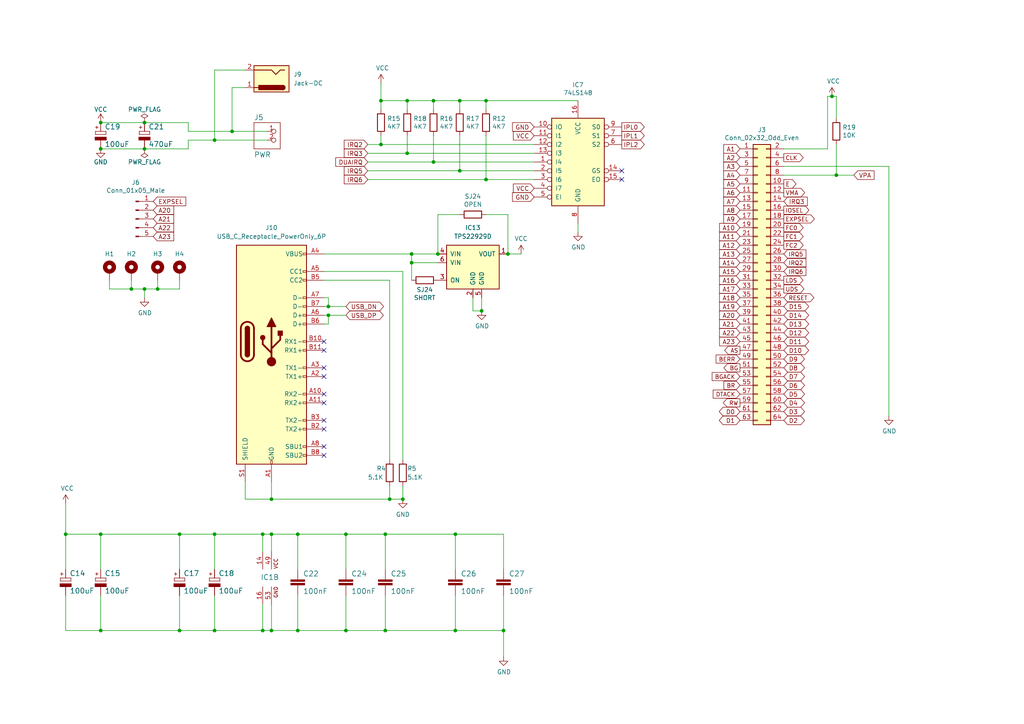
<source format=kicad_sch>
(kicad_sch (version 20230121) (generator eeschema)
  (paper "A4")
  (title_block (title "ROSCO_M68K GENERAL PURPOSE MC68010 COMPUTER") (date "2024-04-03") (rev "2.2") (company "The Really Old-School Company Limited") (comment 1 "OSHWA UK000006 (https://certification.oshwa.org/uk000006.html)") (comment 2 "See https://github.com/roscopeco/rosco_m68k/blob/master/LICENCE.hardware.txt") (comment 3 "Open Source Hardware licenced under CERN Open Hardware Licence") (comment 4 "Copyright 2019-2024 Ross Bamford and Contributors"))
  (lib_symbols
    (symbol "74xx:74LS148" (pin_names (offset 1.016))
      (property "Reference" "U" (at -7.62 13.97 0))
      (property "Value" "74LS148" (at -7.62 -13.97 0))
      (symbol "74LS148_1_0"
        (pin input inverted (at -12.7 0 0) (length 5.08) (name "I4") (number "1"))
        (pin input inverted (at -12.7 10.16 0) (length 5.08) (name "IO") (number "10"))
        (pin input inverted (at -12.7 7.62 0) (length 5.08) (name "I1") (number "11"))
        (pin input inverted (at -12.7 5.08 0) (length 5.08) (name "I2") (number "12"))
        (pin input inverted (at -12.7 2.54 0) (length 5.08) (name "I3") (number "13"))
        (pin output inverted (at 12.7 -2.54 180) (length 5.08) (name "GS") (number "14"))
        (pin output inverted (at 12.7 -5.08 180) (length 5.08) (name "EO") (number "15"))
        (pin power_in line (at 0 17.78 270) (length 5.08) (name "VCC") (number "16"))
        (pin input inverted (at -12.7 -2.54 0) (length 5.08) (name "I5") (number "2"))
        (pin input inverted (at -12.7 -5.08 0) (length 5.08) (name "I6") (number "3"))
        (pin input inverted (at -12.7 -7.62 0) (length 5.08) (name "I7") (number "4"))
        (pin input inverted (at -12.7 -10.16 0) (length 5.08) (name "EI") (number "5"))
        (pin output inverted (at 12.7 5.08 180) (length 5.08) (name "S2") (number "6"))
        (pin output inverted (at 12.7 7.62 180) (length 5.08) (name "S1") (number "7"))
        (pin power_in line (at 0 -17.78 90) (length 5.08) (name "GND") (number "8"))
        (pin output inverted (at 12.7 10.16 180) (length 5.08) (name "S0") (number "9"))
      )
    )
    (symbol "Connector:Conn_01x05_Pin" (pin_names (offset 1.016) hide)
      (property "Reference" "J" (at 0 7.62 0))
      (property "Value" "Conn_01x05_Pin" (at 0 -7.62 0))
      (symbol "Conn_01x05_Pin_1_1"
        (pin passive line (at 5.08 5.08 180) (length 3.81) (name "Pin_1") (number "1"))
        (pin passive line (at 5.08 2.54 180) (length 3.81) (name "Pin_2") (number "2"))
        (pin passive line (at 5.08 0 180) (length 3.81) (name "Pin_3") (number "3"))
        (pin passive line (at 5.08 -2.54 180) (length 3.81) (name "Pin_4") (number "4"))
        (pin passive line (at 5.08 -5.08 180) (length 3.81) (name "Pin_5") (number "5"))
      )
    )
    (symbol "Connector:Jack-DC" (pin_names (offset 1.016))
      (property "Reference" "J" (at 0 5.334 0))
      (property "Value" "Jack-DC" (at 0 -5.08 0))
      (symbol "Jack-DC_1_1"
        (pin passive line (at 7.62 2.54 180) (length 2.54) (name "~") (number "1"))
        (pin passive line (at 7.62 -2.54 180) (length 2.54) (name "~") (number "2"))
      )
    )
    (symbol "Connector:USB_C_Receptacle" (pin_names (offset 1.016))
      (property "Reference" "J" (at -10.16 29.21 0))
      (property "Value" "USB_C_Receptacle" (at 10.16 29.21 0))
      (symbol "USB_C_Receptacle_1_1"
        (pin passive line (at 0 -40.64 90) (length 5.08) (name "GND") (number "A1"))
        (pin bidirectional line (at 15.24 -15.24 180) (length 5.08) (name "RX2-") (number "A10"))
        (pin bidirectional line (at 15.24 -17.78 180) (length 5.08) (name "RX2+") (number "A11"))
        (pin passive line (at 0 -40.64 90) (length 5.08) hide (name "GND") (number "A12"))
        (pin bidirectional line (at 15.24 -10.16 180) (length 5.08) (name "TX1+") (number "A2"))
        (pin bidirectional line (at 15.24 -7.62 180) (length 5.08) (name "TX1-") (number "A3"))
        (pin passive line (at 15.24 25.4 180) (length 5.08) (name "VBUS") (number "A4"))
        (pin bidirectional line (at 15.24 20.32 180) (length 5.08) (name "CC1") (number "A5"))
        (pin bidirectional line (at 15.24 7.62 180) (length 5.08) (name "D+") (number "A6"))
        (pin bidirectional line (at 15.24 12.7 180) (length 5.08) (name "D-") (number "A7"))
        (pin bidirectional line (at 15.24 -30.48 180) (length 5.08) (name "SBU1") (number "A8"))
        (pin passive line (at 15.24 25.4 180) (length 5.08) hide (name "VBUS") (number "A9"))
        (pin passive line (at 0 -40.64 90) (length 5.08) hide (name "GND") (number "B1"))
        (pin bidirectional line (at 15.24 0 180) (length 5.08) (name "RX1-") (number "B10"))
        (pin bidirectional line (at 15.24 -2.54 180) (length 5.08) (name "RX1+") (number "B11"))
        (pin passive line (at 0 -40.64 90) (length 5.08) hide (name "GND") (number "B12"))
        (pin bidirectional line (at 15.24 -25.4 180) (length 5.08) (name "TX2+") (number "B2"))
        (pin bidirectional line (at 15.24 -22.86 180) (length 5.08) (name "TX2-") (number "B3"))
        (pin passive line (at 15.24 25.4 180) (length 5.08) hide (name "VBUS") (number "B4"))
        (pin bidirectional line (at 15.24 17.78 180) (length 5.08) (name "CC2") (number "B5"))
        (pin bidirectional line (at 15.24 5.08 180) (length 5.08) (name "D+") (number "B6"))
        (pin bidirectional line (at 15.24 10.16 180) (length 5.08) (name "D-") (number "B7"))
        (pin bidirectional line (at 15.24 -33.02 180) (length 5.08) (name "SBU2") (number "B8"))
        (pin passive line (at 15.24 25.4 180) (length 5.08) hide (name "VBUS") (number "B9"))
        (pin passive line (at -7.62 -40.64 90) (length 5.08) (name "SHIELD") (number "S1"))
      )
    )
    (symbol "Connector_Generic:Conn_02x32_Odd_Even" (pin_names (offset 1.016) hide)
      (property "Reference" "J" (at 1.27 40.64 0))
      (property "Value" "Conn_02x32_Odd_Even" (at 1.27 -43.18 0))
      (symbol "Conn_02x32_Odd_Even_1_1"
        (pin passive line (at -5.08 38.1 0) (length 3.81) (name "Pin_1") (number "1"))
        (pin passive line (at 7.62 27.94 180) (length 3.81) (name "Pin_10") (number "10"))
        (pin passive line (at -5.08 25.4 0) (length 3.81) (name "Pin_11") (number "11"))
        (pin passive line (at 7.62 25.4 180) (length 3.81) (name "Pin_12") (number "12"))
        (pin passive line (at -5.08 22.86 0) (length 3.81) (name "Pin_13") (number "13"))
        (pin passive line (at 7.62 22.86 180) (length 3.81) (name "Pin_14") (number "14"))
        (pin passive line (at -5.08 20.32 0) (length 3.81) (name "Pin_15") (number "15"))
        (pin passive line (at 7.62 20.32 180) (length 3.81) (name "Pin_16") (number "16"))
        (pin passive line (at -5.08 17.78 0) (length 3.81) (name "Pin_17") (number "17"))
        (pin passive line (at 7.62 17.78 180) (length 3.81) (name "Pin_18") (number "18"))
        (pin passive line (at -5.08 15.24 0) (length 3.81) (name "Pin_19") (number "19"))
        (pin passive line (at 7.62 38.1 180) (length 3.81) (name "Pin_2") (number "2"))
        (pin passive line (at 7.62 15.24 180) (length 3.81) (name "Pin_20") (number "20"))
        (pin passive line (at -5.08 12.7 0) (length 3.81) (name "Pin_21") (number "21"))
        (pin passive line (at 7.62 12.7 180) (length 3.81) (name "Pin_22") (number "22"))
        (pin passive line (at -5.08 10.16 0) (length 3.81) (name "Pin_23") (number "23"))
        (pin passive line (at 7.62 10.16 180) (length 3.81) (name "Pin_24") (number "24"))
        (pin passive line (at -5.08 7.62 0) (length 3.81) (name "Pin_25") (number "25"))
        (pin passive line (at 7.62 7.62 180) (length 3.81) (name "Pin_26") (number "26"))
        (pin passive line (at -5.08 5.08 0) (length 3.81) (name "Pin_27") (number "27"))
        (pin passive line (at 7.62 5.08 180) (length 3.81) (name "Pin_28") (number "28"))
        (pin passive line (at -5.08 2.54 0) (length 3.81) (name "Pin_29") (number "29"))
        (pin passive line (at -5.08 35.56 0) (length 3.81) (name "Pin_3") (number "3"))
        (pin passive line (at 7.62 2.54 180) (length 3.81) (name "Pin_30") (number "30"))
        (pin passive line (at -5.08 0 0) (length 3.81) (name "Pin_31") (number "31"))
        (pin passive line (at 7.62 0 180) (length 3.81) (name "Pin_32") (number "32"))
        (pin passive line (at -5.08 -2.54 0) (length 3.81) (name "Pin_33") (number "33"))
        (pin passive line (at 7.62 -2.54 180) (length 3.81) (name "Pin_34") (number "34"))
        (pin passive line (at -5.08 -5.08 0) (length 3.81) (name "Pin_35") (number "35"))
        (pin passive line (at 7.62 -5.08 180) (length 3.81) (name "Pin_36") (number "36"))
        (pin passive line (at -5.08 -7.62 0) (length 3.81) (name "Pin_37") (number "37"))
        (pin passive line (at 7.62 -7.62 180) (length 3.81) (name "Pin_38") (number "38"))
        (pin passive line (at -5.08 -10.16 0) (length 3.81) (name "Pin_39") (number "39"))
        (pin passive line (at 7.62 35.56 180) (length 3.81) (name "Pin_4") (number "4"))
        (pin passive line (at 7.62 -10.16 180) (length 3.81) (name "Pin_40") (number "40"))
        (pin passive line (at -5.08 -12.7 0) (length 3.81) (name "Pin_41") (number "41"))
        (pin passive line (at 7.62 -12.7 180) (length 3.81) (name "Pin_42") (number "42"))
        (pin passive line (at -5.08 -15.24 0) (length 3.81) (name "Pin_43") (number "43"))
        (pin passive line (at 7.62 -15.24 180) (length 3.81) (name "Pin_44") (number "44"))
        (pin passive line (at -5.08 -17.78 0) (length 3.81) (name "Pin_45") (number "45"))
        (pin passive line (at 7.62 -17.78 180) (length 3.81) (name "Pin_46") (number "46"))
        (pin passive line (at -5.08 -20.32 0) (length 3.81) (name "Pin_47") (number "47"))
        (pin passive line (at 7.62 -20.32 180) (length 3.81) (name "Pin_48") (number "48"))
        (pin passive line (at -5.08 -22.86 0) (length 3.81) (name "Pin_49") (number "49"))
        (pin passive line (at -5.08 33.02 0) (length 3.81) (name "Pin_5") (number "5"))
        (pin passive line (at 7.62 -22.86 180) (length 3.81) (name "Pin_50") (number "50"))
        (pin passive line (at -5.08 -25.4 0) (length 3.81) (name "Pin_51") (number "51"))
        (pin passive line (at 7.62 -25.4 180) (length 3.81) (name "Pin_52") (number "52"))
        (pin passive line (at -5.08 -27.94 0) (length 3.81) (name "Pin_53") (number "53"))
        (pin passive line (at 7.62 -27.94 180) (length 3.81) (name "Pin_54") (number "54"))
        (pin passive line (at -5.08 -30.48 0) (length 3.81) (name "Pin_55") (number "55"))
        (pin passive line (at 7.62 -30.48 180) (length 3.81) (name "Pin_56") (number "56"))
        (pin passive line (at -5.08 -33.02 0) (length 3.81) (name "Pin_57") (number "57"))
        (pin passive line (at 7.62 -33.02 180) (length 3.81) (name "Pin_58") (number "58"))
        (pin passive line (at -5.08 -35.56 0) (length 3.81) (name "Pin_59") (number "59"))
        (pin passive line (at 7.62 33.02 180) (length 3.81) (name "Pin_6") (number "6"))
        (pin passive line (at 7.62 -35.56 180) (length 3.81) (name "Pin_60") (number "60"))
        (pin passive line (at -5.08 -38.1 0) (length 3.81) (name "Pin_61") (number "61"))
        (pin passive line (at 7.62 -38.1 180) (length 3.81) (name "Pin_62") (number "62"))
        (pin passive line (at -5.08 -40.64 0) (length 3.81) (name "Pin_63") (number "63"))
        (pin passive line (at 7.62 -40.64 180) (length 3.81) (name "Pin_64") (number "64"))
        (pin passive line (at -5.08 30.48 0) (length 3.81) (name "Pin_7") (number "7"))
        (pin passive line (at 7.62 30.48 180) (length 3.81) (name "Pin_8") (number "8"))
        (pin passive line (at -5.08 27.94 0) (length 3.81) (name "Pin_9") (number "9"))
      )
    )
    (symbol "Device:R" (pin_numbers hide) (pin_names (offset 0))
      (property "Reference" "R" (at 2.032 0 90))
      (property "Value" "R" (at 0 0 90))
      (symbol "R_1_1"
        (pin passive line (at 0 3.81 270) (length 1.27) (name "~") (number "1"))
        (pin passive line (at 0 -3.81 90) (length 1.27) (name "~") (number "2"))
      )
    )
    (symbol "Mechanical:MountingHole_Pad" (pin_numbers hide) (pin_names (offset 1.016) hide)
      (property "Reference" "H" (at 0 6.35 0))
      (property "Value" "MountingHole_Pad" (at 0 4.445 0))
      (symbol "MountingHole_Pad_1_1"
        (pin input line (at 0 -2.54 90) (length 2.54) (name "1") (number "1"))
      )
    )
    (symbol "Power_Management:TPS22929D" (pin_names (offset 1.016))
      (property "Reference" "U" (at -7.62 8.89 0))
      (property "Value" "TPS22929D" (at 7.62 8.89 0))
      (symbol "TPS22929D_1_1"
        (pin power_out line (at 10.16 5.08 180) (length 2.54) (name "VOUT") (number "1"))
        (pin power_in line (at 0 -7.62 90) (length 2.54) (name "GND") (number "2"))
        (pin input line (at -10.16 -2.54 0) (length 2.54) (name "ON") (number "3"))
        (pin power_in line (at -10.16 5.08 0) (length 2.54) (name "VIN") (number "4"))
        (pin power_in line (at 2.54 -7.62 90) (length 2.54) (name "GND") (number "5"))
        (pin power_in line (at -10.16 2.54 0) (length 2.54) (name "VIN") (number "6"))
      )
    )
    (symbol "power:GND" (power) (pin_names (offset 0))
      (property "Value" "GND" (at 0 -3.81 0))
      (symbol "GND_1_1"
        (pin power_in line (at 0 0 270) (length 0) hide (name "GND") (number "1"))
      )
    )
    (symbol "power:PWR_FLAG" (power) (pin_numbers hide) (pin_names (offset 0) hide)
      (property "Value" "PWR_FLAG" (at 0 3.81 0))
      (symbol "PWR_FLAG_0_0"
        (pin power_out line (at 0 0 90) (length 0) (name "pwr") (number "1"))
      )
    )
    (symbol "power:VCC" (power) (pin_names (offset 0))
      (property "Value" "VCC" (at 0 3.81 0))
      (symbol "VCC_1_1"
        (pin power_in line (at 0 0 90) (length 0) hide (name "VCC") (number "1"))
      )
    )
    (symbol "rosco_m68k-eagle-import:C2,5-3" (pin_names (offset 1.016))
      (property "Reference" "C" (at 1.524 0.381 0))
      (property "Value" "C2,5-3" (at 1.524 -4.699 0))
      (symbol "C2,5-3_1_0"
        (pin passive line (at 0 2.54 270) (length 2.54) (name "1") (number "1"))
        (pin passive line (at 0 -5.08 90) (length 2.54) (name "2") (number "2"))
      )
    )
    (symbol "rosco_m68k-eagle-import:CPOL-EUE2.5-5" (pin_names (offset 1.016))
      (property "Reference" "C" (at 1.143 0.4826 0))
      (property "Value" "CPOL-EUE2.5-5" (at 1.143 -4.5974 0))
      (symbol "CPOL-EUE2.5-5_1_0"
        (text "+" (at -0.5842 0.4064 900) (effects (font (size 1.0668 1.0668)) (justify left bottom)))
        (pin passive line (at 0 2.54 270) (length 2.54) (name "+") (number "+"))
        (pin passive line (at 0 -5.08 90) (length 2.54) (name "-") (number "-"))
      )
    )
    (symbol "rosco_m68k-eagle-import:CPOL-EUE3.5-10" (pin_names (offset 1.016))
      (property "Reference" "C" (at 1.143 0.4826 0))
      (property "Value" "CPOL-EUE3.5-10" (at 1.143 -4.5974 0))
      (symbol "CPOL-EUE3.5-10_1_0"
        (text "+" (at -0.5842 0.4064 900) (effects (font (size 1.0668 1.0668)) (justify left bottom)))
        (pin passive line (at 0 2.54 270) (length 2.54) (name "+") (number "+"))
        (pin passive line (at 0 -5.08 90) (length 2.54) (name "-") (number "-"))
      )
    )
    (symbol "rosco_m68k-eagle-import:MC68000P" (pin_names (offset 1.016))
      (property "Reference" "IC" (at -0.635 -0.635 0))
      (symbol "MC68000P_1_0"
        (pin bidirectional line (at -17.78 -20.32 0) (length 5.08) (name "D4") (number "1"))
        (pin input inverted (at -17.78 17.78 0) (length 5.08) (name "DTACK") (number "10"))
        (pin output inverted (at 15.24 25.4 180) (length 5.08) (name "BG") (number "11"))
        (pin input inverted (at -17.78 22.86 0) (length 5.08) (name "BGACK") (number "12"))
        (pin input inverted (at -17.78 25.4 0) (length 5.08) (name "BR") (number "13"))
        (pin input clock (at -17.78 45.72 0) (length 5.08) (name "CLK") (number "15"))
        (pin bidirectional inverted (at -17.78 35.56 0) (length 5.08) (name "HALT") (number "17"))
        (pin bidirectional inverted (at -17.78 38.1 0) (length 5.08) (name "RESET") (number "18"))
        (pin output inverted (at 15.24 30.48 180) (length 5.08) (name "VMA") (number "19"))
        (pin bidirectional line (at -17.78 -17.78 0) (length 5.08) (name "D3") (number "2"))
        (pin output line (at 15.24 33.02 180) (length 5.08) (name "E") (number "20"))
        (pin input inverted (at -17.78 30.48 0) (length 5.08) (name "VPA") (number "21"))
        (pin input inverted (at -17.78 40.64 0) (length 5.08) (name "BERR") (number "22"))
        (pin input inverted (at -17.78 7.62 0) (length 5.08) (name "IPL2") (number "23"))
        (pin input inverted (at -17.78 10.16 0) (length 5.08) (name "IPL1") (number "24"))
        (pin input inverted (at -17.78 12.7 0) (length 5.08) (name "IPL0") (number "25"))
        (pin output line (at 15.24 40.64 180) (length 5.08) (name "FC2") (number "26"))
        (pin output line (at 15.24 43.18 180) (length 5.08) (name "FC1") (number "27"))
        (pin output line (at 15.24 45.72 180) (length 5.08) (name "FC0") (number "28"))
        (pin output line (at 15.24 7.62 180) (length 5.08) (name "A1") (number "29"))
        (pin bidirectional line (at -17.78 -15.24 0) (length 5.08) (name "D2") (number "3"))
        (pin output line (at 15.24 5.08 180) (length 5.08) (name "A2") (number "30"))
        (pin output line (at 15.24 2.54 180) (length 5.08) (name "A3") (number "31"))
        (pin output line (at 15.24 0 180) (length 5.08) (name "A4") (number "32"))
        (pin output line (at 15.24 -2.54 180) (length 5.08) (name "A5") (number "33"))
        (pin output line (at 15.24 -5.08 180) (length 5.08) (name "A6") (number "34"))
        (pin output line (at 15.24 -7.62 180) (length 5.08) (name "A7") (number "35"))
        (pin output line (at 15.24 -10.16 180) (length 5.08) (name "A8") (number "36"))
        (pin output line (at 15.24 -12.7 180) (length 5.08) (name "A9") (number "37"))
        (pin output line (at 15.24 -15.24 180) (length 5.08) (name "A10") (number "38"))
        (pin output line (at 15.24 -17.78 180) (length 5.08) (name "A11") (number "39"))
        (pin bidirectional line (at -17.78 -12.7 0) (length 5.08) (name "D1") (number "4"))
        (pin output line (at 15.24 -20.32 180) (length 5.08) (name "A12") (number "40"))
        (pin output line (at 15.24 -22.86 180) (length 5.08) (name "A13") (number "41"))
        (pin output line (at 15.24 -25.4 180) (length 5.08) (name "A14") (number "42"))
        (pin output line (at 15.24 -27.94 180) (length 5.08) (name "A15") (number "43"))
        (pin output line (at 15.24 -30.48 180) (length 5.08) (name "A16") (number "44"))
        (pin output line (at 15.24 -33.02 180) (length 5.08) (name "A17") (number "45"))
        (pin output line (at 15.24 -35.56 180) (length 5.08) (name "A18") (number "46"))
        (pin output line (at 15.24 -38.1 180) (length 5.08) (name "A19") (number "47"))
        (pin output line (at 15.24 -40.64 180) (length 5.08) (name "A20") (number "48"))
        (pin bidirectional line (at -17.78 -10.16 0) (length 5.08) (name "D0") (number "5"))
        (pin output line (at 15.24 -43.18 180) (length 5.08) (name "A21") (number "50"))
        (pin output line (at 15.24 -45.72 180) (length 5.08) (name "A22") (number "51"))
        (pin output line (at 15.24 -48.26 180) (length 5.08) (name "A23") (number "52"))
        (pin bidirectional line (at -17.78 -48.26 0) (length 5.08) (name "D15") (number "54"))
        (pin bidirectional line (at -17.78 -45.72 0) (length 5.08) (name "D14") (number "55"))
        (pin bidirectional line (at -17.78 -43.18 0) (length 5.08) (name "D13") (number "56"))
        (pin bidirectional line (at -17.78 -40.64 0) (length 5.08) (name "D12") (number "57"))
        (pin bidirectional line (at -17.78 -38.1 0) (length 5.08) (name "D11") (number "58"))
        (pin bidirectional line (at -17.78 -35.56 0) (length 5.08) (name "D10") (number "59"))
        (pin output inverted (at 15.24 20.32 180) (length 5.08) (name "AS") (number "6"))
        (pin bidirectional line (at -17.78 -33.02 0) (length 5.08) (name "D9") (number "60"))
        (pin bidirectional line (at -17.78 -30.48 0) (length 5.08) (name "D8") (number "61"))
        (pin bidirectional line (at -17.78 -27.94 0) (length 5.08) (name "D7") (number "62"))
        (pin bidirectional line (at -17.78 -25.4 0) (length 5.08) (name "D6") (number "63"))
        (pin bidirectional line (at -17.78 -22.86 0) (length 5.08) (name "D5") (number "64"))
        (pin output inverted (at 15.24 15.24 180) (length 5.08) (name "UDS") (number "7"))
        (pin output inverted (at 15.24 12.7 180) (length 5.08) (name "LDS") (number "8"))
        (pin output line (at 15.24 17.78 180) (length 5.08) (name "R/W") (number "9"))
      )
      (symbol "MC68000P_2_0"
        (text "GND" (at 4.445 -5.842 900) (effects (font (size 1.0668 1.0668)) (justify left bottom)))
        (text "VCC" (at 4.445 2.54 900) (effects (font (size 1.0668 1.0668)) (justify left bottom)))
        (pin power_in line (at 0 7.62 270) (length 5.08) (name "VCC@1") (number "14"))
        (pin power_in line (at 0 -7.62 90) (length 5.08) (name "GND@1") (number "16"))
        (pin power_in line (at 2.54 7.62 270) (length 5.08) (name "VCC@2") (number "49"))
        (pin power_in line (at 2.54 -7.62 90) (length 5.08) (name "GND@2") (number "53"))
      )
    )
    (symbol "rosco_m68k-eagle-import:PINHD-1X2" (pin_names (offset 1.016))
      (property "Reference" "JP" (at -6.35 5.715 0))
      (property "Value" "PINHD-1X2" (at -6.35 -5.08 0))
      (symbol "PINHD-1X2_1_0"
        (pin passive inverted (at -2.54 2.54 0) (length 2.54) (name "1") (number "1"))
        (pin passive inverted (at -2.54 0 0) (length 2.54) (name "2") (number "2"))
      )
    )
  )
  (junction (at 86.36 182.88))
  (junction (at 100.33 182.88))
  (junction (at 38.1 83.82))
  (junction (at 78.74 182.88))
  (junction (at 52.07 182.88))
  (junction (at 110.49 41.91))
  (junction (at 132.08 182.88))
  (junction (at 76.2 182.88))
  (junction (at 62.23 154.94))
  (junction (at 139.7 90.17))
  (junction (at 140.97 29.21))
  (junction (at 125.73 46.99))
  (junction (at 41.91 43.18))
  (junction (at 111.76 154.94))
  (junction (at 133.35 29.21))
  (junction (at 119.38 73.66))
  (junction (at 241.3 27.94))
  (junction (at 118.11 29.21))
  (junction (at 62.23 40.64))
  (junction (at 146.05 182.88))
  (junction (at 95.25 91.44))
  (junction (at 242.57 50.8))
  (junction (at 52.07 154.94))
  (junction (at 19.05 154.94))
  (junction (at 132.08 154.94))
  (junction (at 29.21 182.88))
  (junction (at 127 73.66))
  (junction (at 95.25 88.9))
  (junction (at 140.97 52.07))
  (junction (at 29.21 43.18))
  (junction (at 116.84 144.78))
  (junction (at 113.03 144.78))
  (junction (at 45.72 83.82))
  (junction (at 67.31 38.1))
  (junction (at 76.2 154.94))
  (junction (at 147.32 73.66))
  (junction (at 111.76 182.88))
  (junction (at 41.91 35.56))
  (junction (at 29.21 154.94))
  (junction (at 133.35 49.53))
  (junction (at 110.49 29.21))
  (junction (at 86.36 154.94))
  (junction (at 62.23 182.88))
  (junction (at 29.21 35.56))
  (junction (at 125.73 29.21))
  (junction (at 119.38 76.2))
  (junction (at 78.74 144.78))
  (junction (at 118.11 44.45))
  (junction (at 78.74 154.94))
  (junction (at 41.91 83.82))
  (junction (at 100.33 154.94))
  (no_connect (at 93.98 129.54))
  (no_connect (at 93.98 99.06))
  (no_connect (at 93.98 124.46))
  (no_connect (at 180.34 52.07))
  (no_connect (at 93.98 116.84))
  (no_connect (at 93.98 114.3))
  (no_connect (at 93.98 109.22))
  (no_connect (at 93.98 101.6))
  (no_connect (at 93.98 121.92))
  (no_connect (at 93.98 106.68))
  (no_connect (at 93.98 132.08))
  (no_connect (at 180.34 49.53))
  (wire (pts (xy 93.98 88.9) (xy 95.25 88.9)))
  (wire (pts (xy 19.05 146.05) (xy 19.05 154.94)))
  (wire (pts (xy 110.49 29.21) (xy 118.11 29.21)))
  (wire (pts (xy 52.07 172.72) (xy 52.07 182.88)))
  (wire (pts (xy 76.2 160.02) (xy 76.2 154.94)))
  (wire (pts (xy 137.16 86.36) (xy 137.16 90.17)))
  (wire (pts (xy 93.98 93.98) (xy 95.25 93.98)))
  (wire (pts (xy 110.49 24.13) (xy 110.49 29.21)))
  (wire (pts (xy 132.08 172.72) (xy 132.08 182.88)))
  (wire (pts (xy 100.33 165.1) (xy 100.33 154.94)))
  (wire (pts (xy 41.91 83.82) (xy 41.91 86.36)))
  (wire (pts (xy 52.07 165.1) (xy 52.07 154.94)))
  (wire (pts (xy 146.05 172.72) (xy 146.05 182.88)))
  (wire (pts (xy 111.76 154.94) (xy 100.33 154.94)))
  (wire (pts (xy 132.08 165.1) (xy 132.08 154.94)))
  (wire (pts (xy 31.75 83.82) (xy 38.1 83.82)))
  (wire (pts (xy 127 62.23) (xy 127 73.66)))
  (wire (pts (xy 133.35 49.53) (xy 154.94 49.53)))
  (wire (pts (xy 242.57 50.8) (xy 247.65 50.8)))
  (wire (pts (xy 125.73 31.75) (xy 125.73 29.21)))
  (wire (pts (xy 62.23 40.64) (xy 54.61 40.64)))
  (wire (pts (xy 19.05 182.88) (xy 29.21 182.88)))
  (wire (pts (xy 76.2 175.26) (xy 76.2 182.88)))
  (wire (pts (xy 62.23 154.94) (xy 76.2 154.94)))
  (wire (pts (xy 106.68 44.45) (xy 118.11 44.45)))
  (wire (pts (xy 62.23 165.1) (xy 62.23 154.94)))
  (wire (pts (xy 71.12 20.32) (xy 62.23 20.32)))
  (wire (pts (xy 78.74 182.88) (xy 86.36 182.88)))
  (wire (pts (xy 93.98 73.66) (xy 119.38 73.66)))
  (wire (pts (xy 106.68 49.53) (xy 133.35 49.53)))
  (wire (pts (xy 227.33 43.18) (xy 240.03 43.18)))
  (wire (pts (xy 133.35 62.23) (xy 127 62.23)))
  (wire (pts (xy 111.76 172.72) (xy 111.76 182.88)))
  (wire (pts (xy 116.84 78.74) (xy 93.98 78.74)))
  (wire (pts (xy 62.23 182.88) (xy 76.2 182.88)))
  (wire (pts (xy 119.38 76.2) (xy 127 76.2)))
  (wire (pts (xy 106.68 46.99) (xy 125.73 46.99)))
  (wire (pts (xy 95.25 91.44) (xy 100.33 91.44)))
  (wire (pts (xy 125.73 39.37) (xy 125.73 46.99)))
  (wire (pts (xy 76.2 182.88) (xy 78.74 182.88)))
  (wire (pts (xy 93.98 86.36) (xy 95.25 86.36)))
  (wire (pts (xy 110.49 29.21) (xy 110.49 31.75)))
  (wire (pts (xy 71.12 144.78) (xy 78.74 144.78)))
  (wire (pts (xy 62.23 20.32) (xy 62.23 40.64)))
  (wire (pts (xy 113.03 81.28) (xy 93.98 81.28)))
  (wire (pts (xy 240.03 27.94) (xy 240.03 43.18)))
  (wire (pts (xy 29.21 182.88) (xy 52.07 182.88)))
  (wire (pts (xy 54.61 35.56) (xy 41.91 35.56)))
  (wire (pts (xy 146.05 182.88) (xy 132.08 182.88)))
  (wire (pts (xy 227.33 50.8) (xy 242.57 50.8)))
  (wire (pts (xy 19.05 172.72) (xy 19.05 182.88)))
  (wire (pts (xy 111.76 154.94) (xy 132.08 154.94)))
  (wire (pts (xy 167.64 64.77) (xy 167.64 67.31)))
  (wire (pts (xy 86.36 154.94) (xy 78.74 154.94)))
  (wire (pts (xy 52.07 182.88) (xy 62.23 182.88)))
  (wire (pts (xy 147.32 73.66) (xy 151.13 73.66)))
  (wire (pts (xy 41.91 35.56) (xy 29.21 35.56)))
  (wire (pts (xy 45.72 81.28) (xy 45.72 83.82)))
  (wire (pts (xy 71.12 25.4) (xy 67.31 25.4)))
  (wire (pts (xy 77.47 38.1) (xy 67.31 38.1)))
  (wire (pts (xy 139.7 90.17) (xy 139.7 86.36)))
  (wire (pts (xy 71.12 139.7) (xy 71.12 144.78)))
  (wire (pts (xy 78.74 139.7) (xy 78.74 144.78)))
  (wire (pts (xy 113.03 81.28) (xy 113.03 133.35)))
  (wire (pts (xy 113.03 144.78) (xy 116.84 144.78)))
  (wire (pts (xy 100.33 182.88) (xy 111.76 182.88)))
  (wire (pts (xy 38.1 83.82) (xy 41.91 83.82)))
  (wire (pts (xy 154.94 46.99) (xy 125.73 46.99)))
  (wire (pts (xy 133.35 39.37) (xy 133.35 49.53)))
  (wire (pts (xy 29.21 154.94) (xy 52.07 154.94)))
  (wire (pts (xy 29.21 154.94) (xy 19.05 154.94)))
  (wire (pts (xy 257.81 48.26) (xy 257.81 120.65)))
  (wire (pts (xy 242.57 34.29) (xy 242.57 27.94)))
  (wire (pts (xy 146.05 165.1) (xy 146.05 154.94)))
  (wire (pts (xy 140.97 29.21) (xy 133.35 29.21)))
  (wire (pts (xy 41.91 83.82) (xy 45.72 83.82)))
  (wire (pts (xy 132.08 154.94) (xy 146.05 154.94)))
  (wire (pts (xy 242.57 27.94) (xy 241.3 27.94)))
  (wire (pts (xy 67.31 25.4) (xy 67.31 38.1)))
  (wire (pts (xy 125.73 29.21) (xy 118.11 29.21)))
  (wire (pts (xy 241.3 27.94) (xy 240.03 27.94)))
  (wire (pts (xy 45.72 83.82) (xy 52.07 83.82)))
  (wire (pts (xy 19.05 154.94) (xy 19.05 165.1)))
  (wire (pts (xy 77.47 40.64) (xy 62.23 40.64)))
  (wire (pts (xy 137.16 90.17) (xy 139.7 90.17)))
  (wire (pts (xy 86.36 165.1) (xy 86.36 154.94)))
  (wire (pts (xy 118.11 29.21) (xy 118.11 31.75)))
  (wire (pts (xy 54.61 38.1) (xy 54.61 35.56)))
  (wire (pts (xy 119.38 76.2) (xy 119.38 81.28)))
  (wire (pts (xy 242.57 41.91) (xy 242.57 50.8)))
  (wire (pts (xy 119.38 76.2) (xy 119.38 73.66)))
  (wire (pts (xy 146.05 190.5) (xy 146.05 182.88)))
  (wire (pts (xy 140.97 39.37) (xy 140.97 52.07)))
  (wire (pts (xy 62.23 154.94) (xy 52.07 154.94)))
  (wire (pts (xy 78.74 175.26) (xy 78.74 182.88)))
  (wire (pts (xy 86.36 154.94) (xy 100.33 154.94)))
  (wire (pts (xy 227.33 48.26) (xy 257.81 48.26)))
  (wire (pts (xy 154.94 52.07) (xy 140.97 52.07)))
  (wire (pts (xy 140.97 62.23) (xy 147.32 62.23)))
  (wire (pts (xy 116.84 78.74) (xy 116.84 133.35)))
  (wire (pts (xy 54.61 40.64) (xy 54.61 43.18)))
  (wire (pts (xy 140.97 29.21) (xy 167.64 29.21)))
  (wire (pts (xy 78.74 160.02) (xy 78.74 154.94)))
  (wire (pts (xy 110.49 39.37) (xy 110.49 41.91)))
  (wire (pts (xy 140.97 31.75) (xy 140.97 29.21)))
  (wire (pts (xy 95.25 88.9) (xy 100.33 88.9)))
  (wire (pts (xy 67.31 38.1) (xy 54.61 38.1)))
  (wire (pts (xy 106.68 52.07) (xy 140.97 52.07)))
  (wire (pts (xy 133.35 31.75) (xy 133.35 29.21)))
  (wire (pts (xy 147.32 62.23) (xy 147.32 73.66)))
  (wire (pts (xy 119.38 73.66) (xy 127 73.66)))
  (wire (pts (xy 62.23 172.72) (xy 62.23 182.88)))
  (wire (pts (xy 95.25 86.36) (xy 95.25 88.9)))
  (wire (pts (xy 41.91 43.18) (xy 29.21 43.18)))
  (wire (pts (xy 106.68 41.91) (xy 110.49 41.91)))
  (wire (pts (xy 54.61 43.18) (xy 41.91 43.18)))
  (wire (pts (xy 116.84 144.78) (xy 116.84 140.97)))
  (wire (pts (xy 93.98 91.44) (xy 95.25 91.44)))
  (wire (pts (xy 113.03 140.97) (xy 113.03 144.78)))
  (wire (pts (xy 154.94 41.91) (xy 110.49 41.91)))
  (wire (pts (xy 118.11 39.37) (xy 118.11 44.45)))
  (wire (pts (xy 86.36 182.88) (xy 100.33 182.88)))
  (wire (pts (xy 29.21 165.1) (xy 29.21 154.94)))
  (wire (pts (xy 78.74 144.78) (xy 113.03 144.78)))
  (wire (pts (xy 133.35 29.21) (xy 125.73 29.21)))
  (wire (pts (xy 111.76 165.1) (xy 111.76 154.94)))
  (wire (pts (xy 95.25 93.98) (xy 95.25 91.44)))
  (wire (pts (xy 111.76 182.88) (xy 132.08 182.88)))
  (wire (pts (xy 38.1 81.28) (xy 38.1 83.82)))
  (wire (pts (xy 86.36 172.72) (xy 86.36 182.88)))
  (wire (pts (xy 118.11 44.45) (xy 154.94 44.45)))
  (wire (pts (xy 29.21 172.72) (xy 29.21 182.88)))
  (wire (pts (xy 52.07 81.28) (xy 52.07 83.82)))
  (wire (pts (xy 100.33 172.72) (xy 100.33 182.88)))
  (wire (pts (xy 78.74 154.94) (xy 76.2 154.94)))
  (wire (pts (xy 31.75 81.28) (xy 31.75 83.82)))
  (global_label "IPL2" (shape output) (at 180.34 41.91 0) (property "Intersheetrefs" "${INTERSHEET_REFS}" (effects hide)))
  (global_label "GND" (shape input) (at 154.94 36.83 180) (property "Intersheetrefs" "${INTERSHEET_REFS}" (effects hide)))
  (global_label "D9" (shape bidirectional) (at 227.33 104.14 0) (property "Intersheetrefs" "${INTERSHEET_REFS}" (effects hide)))
  (global_label "IPL0" (shape output) (at 180.34 36.83 0) (property "Intersheetrefs" "${INTERSHEET_REFS}" (effects hide)))
  (global_label "A5" (shape input) (at 214.63 53.34 180) (property "Intersheetrefs" "${INTERSHEET_REFS}" (effects hide)))
  (global_label "VCC" (shape input) (at 154.94 39.37 180) (property "Intersheetrefs" "${INTERSHEET_REFS}" (effects hide)))
  (global_label "IRQ3" (shape input) (at 227.33 58.42 0) (property "Intersheetrefs" "${INTERSHEET_REFS}" (effects hide)))
  (global_label "D0" (shape bidirectional) (at 214.63 119.38 180) (property "Intersheetrefs" "${INTERSHEET_REFS}" (effects hide)))
  (global_label "A11" (shape input) (at 214.63 68.58 180) (property "Intersheetrefs" "${INTERSHEET_REFS}" (effects hide)))
  (global_label "A6" (shape input) (at 214.63 55.88 180) (property "Intersheetrefs" "${INTERSHEET_REFS}" (effects hide)))
  (global_label "A19" (shape input) (at 214.63 88.9 180) (property "Intersheetrefs" "${INTERSHEET_REFS}" (effects hide)))
  (global_label "D7" (shape bidirectional) (at 227.33 109.22 0) (property "Intersheetrefs" "${INTERSHEET_REFS}" (effects hide)))
  (global_label "FC0" (shape output) (at 227.33 66.04 0) (effects (font (size 1.1938 1.1938))) (property "Intersheetrefs" "${INTERSHEET_REFS}" (effects hide)))
  (global_label "A15" (shape input) (at 214.63 78.74 180) (property "Intersheetrefs" "${INTERSHEET_REFS}" (effects hide)))
  (global_label "A18" (shape input) (at 214.63 86.36 180) (property "Intersheetrefs" "${INTERSHEET_REFS}" (effects hide)))
  (global_label "A9" (shape input) (at 214.63 63.5 180) (property "Intersheetrefs" "${INTERSHEET_REFS}" (effects hide)))
  (global_label "D4" (shape bidirectional) (at 227.33 116.84 0) (property "Intersheetrefs" "${INTERSHEET_REFS}" (effects hide)))
  (global_label "AS" (shape output) (at 214.63 101.6 180) (effects (font (size 1.1938 1.1938))) (property "Intersheetrefs" "${INTERSHEET_REFS}" (effects hide)))
  (global_label "A21" (shape input) (at 44.45 63.5 0) (property "Intersheetrefs" "${INTERSHEET_REFS}" (effects hide)))
  (global_label "EXPSEL" (shape input) (at 44.45 58.42 0) (property "Intersheetrefs" "${INTERSHEET_REFS}" (effects hide)))
  (global_label "BR" (shape input) (at 214.63 111.76 180) (effects (font (size 1.1938 1.1938))) (property "Intersheetrefs" "${INTERSHEET_REFS}" (effects hide)))
  (global_label "A21" (shape input) (at 214.63 93.98 180) (property "Intersheetrefs" "${INTERSHEET_REFS}" (effects hide)))
  (global_label "IOSEL" (shape output) (at 227.33 60.96 0) (effects (font (size 1.1938 1.1938))) (property "Intersheetrefs" "${INTERSHEET_REFS}" (effects hide)))
  (global_label "A8" (shape input) (at 214.63 60.96 180) (property "Intersheetrefs" "${INTERSHEET_REFS}" (effects hide)))
  (global_label "E" (shape output) (at 227.33 53.34 0) (property "Intersheetrefs" "${INTERSHEET_REFS}" (effects hide)))
  (global_label "A2" (shape input) (at 214.63 45.72 180) (property "Intersheetrefs" "${INTERSHEET_REFS}" (effects hide)))
  (global_label "D2" (shape bidirectional) (at 227.33 121.92 0) (property "Intersheetrefs" "${INTERSHEET_REFS}" (effects hide)))
  (global_label "A14" (shape input) (at 214.63 76.2 180) (property "Intersheetrefs" "${INTERSHEET_REFS}" (effects hide)))
  (global_label "USB_DP" (shape bidirectional) (at 100.33 91.44 0) (property "Intersheetrefs" "${INTERSHEET_REFS}" (effects hide)))
  (global_label "IRQ5" (shape input) (at 106.68 49.53 180) (property "Intersheetrefs" "${INTERSHEET_REFS}" (effects hide)))
  (global_label "IRQ5" (shape input) (at 227.33 73.66 0) (effects (font (size 1.1938 1.1938))) (property "Intersheetrefs" "${INTERSHEET_REFS}" (effects hide)))
  (global_label "IPL1" (shape output) (at 180.34 39.37 0) (property "Intersheetrefs" "${INTERSHEET_REFS}" (effects hide)))
  (global_label "BGACK" (shape input) (at 214.63 109.22 180) (effects (font (size 1.1938 1.1938))) (property "Intersheetrefs" "${INTERSHEET_REFS}" (effects hide)))
  (global_label "IRQ2" (shape input) (at 106.68 41.91 180) (property "Intersheetrefs" "${INTERSHEET_REFS}" (effects hide)))
  (global_label "FC1" (shape output) (at 227.33 68.58 0) (effects (font (size 1.1938 1.1938))) (property "Intersheetrefs" "${INTERSHEET_REFS}" (effects hide)))
  (global_label "D12" (shape bidirectional) (at 227.33 96.52 0) (property "Intersheetrefs" "${INTERSHEET_REFS}" (effects hide)))
  (global_label "VCC" (shape input) (at 154.94 54.61 180) (property "Intersheetrefs" "${INTERSHEET_REFS}" (effects hide)))
  (global_label "IRQ6" (shape input) (at 106.68 52.07 180) (property "Intersheetrefs" "${INTERSHEET_REFS}" (effects hide)))
  (global_label "RW" (shape output) (at 214.63 116.84 180) (effects (font (size 1.1938 1.1938))) (property "Intersheetrefs" "${INTERSHEET_REFS}" (effects hide)))
  (global_label "A17" (shape input) (at 214.63 83.82 180) (property "Intersheetrefs" "${INTERSHEET_REFS}" (effects hide)))
  (global_label "A20" (shape input) (at 214.63 91.44 180) (property "Intersheetrefs" "${INTERSHEET_REFS}" (effects hide)))
  (global_label "A20" (shape input) (at 44.45 60.96 0) (property "Intersheetrefs" "${INTERSHEET_REFS}" (effects hide)))
  (global_label "EXPSEL" (shape output) (at 227.33 63.5 0) (effects (font (size 1.1938 1.1938))) (property "Intersheetrefs" "${INTERSHEET_REFS}" (effects hide)))
  (global_label "FC2" (shape output) (at 227.33 71.12 0) (effects (font (size 1.1938 1.1938))) (property "Intersheetrefs" "${INTERSHEET_REFS}" (effects hide)))
  (global_label "D10" (shape bidirectional) (at 227.33 101.6 0) (property "Intersheetrefs" "${INTERSHEET_REFS}" (effects hide)))
  (global_label "BG" (shape output) (at 214.63 106.68 180) (effects (font (size 1.1938 1.1938))) (property "Intersheetrefs" "${INTERSHEET_REFS}" (effects hide)))
  (global_label "CLK" (shape output) (at 227.33 45.72 0) (effects (font (size 1.1938 1.1938))) (property "Intersheetrefs" "${INTERSHEET_REFS}" (effects hide)))
  (global_label "D8" (shape bidirectional) (at 227.33 106.68 0) (property "Intersheetrefs" "${INTERSHEET_REFS}" (effects hide)))
  (global_label "D3" (shape bidirectional) (at 227.33 119.38 0) (property "Intersheetrefs" "${INTERSHEET_REFS}" (effects hide)))
  (global_label "A4" (shape input) (at 214.63 50.8 180) (property "Intersheetrefs" "${INTERSHEET_REFS}" (effects hide)))
  (global_label "D11" (shape bidirectional) (at 227.33 99.06 0) (property "Intersheetrefs" "${INTERSHEET_REFS}" (effects hide)))
  (global_label "A13" (shape input) (at 214.63 73.66 180) (property "Intersheetrefs" "${INTERSHEET_REFS}" (effects hide)))
  (global_label "IRQ6" (shape input) (at 227.33 78.74 0) (effects (font (size 1.1938 1.1938))) (property "Intersheetrefs" "${INTERSHEET_REFS}" (effects hide)))
  (global_label "A22" (shape input) (at 44.45 66.04 0) (property "Intersheetrefs" "${INTERSHEET_REFS}" (effects hide)))
  (global_label "D13" (shape bidirectional) (at 227.33 93.98 0) (property "Intersheetrefs" "${INTERSHEET_REFS}" (effects hide)))
  (global_label "A22" (shape input) (at 214.63 96.52 180) (property "Intersheetrefs" "${INTERSHEET_REFS}" (effects hide)))
  (global_label "USB_DN" (shape bidirectional) (at 100.33 88.9 0) (property "Intersheetrefs" "${INTERSHEET_REFS}" (effects hide)))
  (global_label "A10" (shape input) (at 214.63 66.04 180) (property "Intersheetrefs" "${INTERSHEET_REFS}" (effects hide)))
  (global_label "A7" (shape input) (at 214.63 58.42 180) (property "Intersheetrefs" "${INTERSHEET_REFS}" (effects hide)))
  (global_label "GND" (shape input) (at 154.94 57.15 180) (property "Intersheetrefs" "${INTERSHEET_REFS}" (effects hide)))
  (global_label "LDS" (shape output) (at 227.33 81.28 0) (effects (font (size 1.1938 1.1938))) (property "Intersheetrefs" "${INTERSHEET_REFS}" (effects hide)))
  (global_label "D5" (shape bidirectional) (at 227.33 114.3 0) (property "Intersheetrefs" "${INTERSHEET_REFS}" (effects hide)))
  (global_label "A1" (shape input) (at 214.63 43.18 180) (property "Intersheetrefs" "${INTERSHEET_REFS}" (effects hide)))
  (global_label "IRQ2" (shape input) (at 227.33 76.2 0) (effects (font (size 1.1938 1.1938))) (property "Intersheetrefs" "${INTERSHEET_REFS}" (effects hide)))
  (global_label "D1" (shape bidirectional) (at 214.63 121.92 180) (property "Intersheetrefs" "${INTERSHEET_REFS}" (effects hide)))
  (global_label "A23" (shape input) (at 214.63 99.06 180) (property "Intersheetrefs" "${INTERSHEET_REFS}" (effects hide)))
  (global_label "D14" (shape bidirectional) (at 227.33 91.44 0) (property "Intersheetrefs" "${INTERSHEET_REFS}" (effects hide)))
  (global_label "BERR" (shape input) (at 214.63 104.14 180) (effects (font (size 1.1938 1.1938))) (property "Intersheetrefs" "${INTERSHEET_REFS}" (effects hide)))
  (global_label "IRQ3" (shape input) (at 106.68 44.45 180) (property "Intersheetrefs" "${INTERSHEET_REFS}" (effects hide)))
  (global_label "DUAIRQ" (shape input) (at 106.68 46.99 180) (property "Intersheetrefs" "${INTERSHEET_REFS}" (effects hide)))
  (global_label "A12" (shape input) (at 214.63 71.12 180) (property "Intersheetrefs" "${INTERSHEET_REFS}" (effects hide)))
  (global_label "RESET" (shape bidirectional) (at 227.33 86.36 0) (effects (font (size 1.1938 1.1938))) (property "Intersheetrefs" "${INTERSHEET_REFS}" (effects hide)))
  (global_label "VMA" (shape output) (at 227.33 55.88 0) (property "Intersheetrefs" "${INTERSHEET_REFS}" (effects hide)))
  (global_label "VPA" (shape input) (at 247.65 50.8 0) (property "Intersheetrefs" "${INTERSHEET_REFS}" (effects hide)))
  (global_label "A23" (shape input) (at 44.45 68.58 0) (property "Intersheetrefs" "${INTERSHEET_REFS}" (effects hide)))
  (global_label "D6" (shape bidirectional) (at 227.33 111.76 0) (property "Intersheetrefs" "${INTERSHEET_REFS}" (effects hide)))
  (global_label "A16" (shape input) (at 214.63 81.28 180) (property "Intersheetrefs" "${INTERSHEET_REFS}" (effects hide)))
  (global_label "UDS" (shape output) (at 227.33 83.82 0) (effects (font (size 1.1938 1.1938))) (property "Intersheetrefs" "${INTERSHEET_REFS}" (effects hide)))
  (global_label "DTACK" (shape input) (at 214.63 114.3 180) (effects (font (size 1.1938 1.1938))) (property "Intersheetrefs" "${INTERSHEET_REFS}" (effects hide)))
  (global_label "A3" (shape input) (at 214.63 48.26 180) (property "Intersheetrefs" "${INTERSHEET_REFS}" (effects hide)))
  (global_label "D15" (shape bidirectional) (at 227.33 88.9 0) (property "Intersheetrefs" "${INTERSHEET_REFS}" (effects hide)))
  (symbol (lib_id "Connector_Generic:Conn_02x32_Odd_Even") (at 219.71 81.28 0) (unit 1)
    (property "Reference" "J3" (at 220.98 37.6682 0))
    (property "Value" "Conn_02x32_Odd_Even" (at 220.98 39.9796 0))
    (property "Footprint" "Connector_PinHeader_2.54mm:PinHeader_2x32_P2.54mm_Vertical" (effects hide))
  )
  (symbol (lib_id "rosco_m68k-eagle-import:C2,5-3") (at 146.05 167.64 0) (unit 1)
    (property "Reference" "C27" (at 147.574 167.259 0) (effects (font (size 1.4986 1.4986)) (justify left bottom)))
    (property "Value" "100nF" (at 147.574 172.339 0) (effects (font (size 1.4986 1.4986)) (justify left bottom)))
    (property "Footprint" "Capacitor_SMD:C_0603_1608Metric" (effects hide))
  )
  (symbol (lib_id "rosco_m68k-eagle-import:PINHD-1X2") (at 80.01 40.64 0) (unit 1)
    (property "Reference" "J5" (at 73.66 34.925 0) (effects (font (size 1.4986 1.4986)) (justify left bottom)))
    (property "Value" "PWR" (at 73.66 45.72 0) (effects (font (size 1.4986 1.4986)) (justify left bottom)))
    (property "Footprint" "rosco_m68k:1X02" (effects hide))
    (property "1" "+5V" (effects hide))
    (property "2" "GND" (effects hide))
  )
  (symbol (lib_id "rosco_m68k-eagle-import:CPOL-EUE3.5-10") (at 41.91 38.1 0) (unit 1)
    (property "Reference" "C21" (at 43.053 37.6174 0) (effects (font (size 1.4986 1.4986)) (justify left bottom)))
    (property "Value" "470uF" (at 43.053 42.6974 0) (effects (font (size 1.4986 1.4986)) (justify left bottom)))
    (property "Footprint" "rosco_m68k:E3,5-10" (effects hide))
  )
  (symbol (lib_id "rosco_m68k-eagle-import:CPOL-EUE2.5-5") (at 29.21 38.1 0) (unit 1)
    (property "Reference" "C19" (at 30.353 37.6174 0) (effects (font (size 1.4986 1.4986)) (justify left bottom)))
    (property "Value" "100uF" (at 30.353 42.6974 0) (effects (font (size 1.4986 1.4986)) (justify left bottom)))
    (property "Footprint" "rosco_m68k:E2,5-5" (effects hide))
  )
  (symbol (lib_id "power:PWR_FLAG") (at 41.91 35.56 0) (unit 1)
    (property "Reference" "#FLG0101" (effects hide))
    (property "Value" "PWR_FLAG" (at 41.91 31.75 0))
  )
  (symbol (lib_id "power:PWR_FLAG") (at 41.91 43.18 180) (unit 1)
    (property "Reference" "#FLG0102" (effects hide))
    (property "Value" "PWR_FLAG" (at 41.91 46.99 0))
  )
  (symbol (lib_id "power:VCC") (at 29.21 35.56 0) (unit 1)
    (property "Reference" "#PWR0127" (effects hide))
    (property "Value" "VCC" (at 29.21 31.75 0))
  )
  (symbol (lib_id "power:GND") (at 29.21 43.18 0) (unit 1)
    (property "Reference" "#PWR0128" (effects hide))
    (property "Value" "GND" (at 29.21 46.99 0))
  )
  (symbol (lib_id "rosco_m68k-eagle-import:C2,5-3") (at 100.33 167.64 0) (unit 1)
    (property "Reference" "C24" (at 101.854 167.259 0) (effects (font (size 1.4986 1.4986)) (justify left bottom)))
    (property "Value" "100nF" (at 101.854 172.339 0) (effects (font (size 1.4986 1.4986)) (justify left bottom)))
    (property "Footprint" "Capacitor_SMD:C_0603_1608Metric" (effects hide))
  )
  (symbol (lib_id "rosco_m68k-eagle-import:MC68000P") (at 76.2 167.64 0) (unit 2)
    (property "Reference" "IC1" (at 75.565 168.275 0) (effects (font (size 1.4986 1.4986)) (justify left bottom)))
    (property "Value" "MC68010P10" (effects hide))
    (property "Footprint" "rosco_m68k:DIL64" (effects hide))
  )
  (symbol (lib_id "rosco_m68k-eagle-import:C2,5-3") (at 86.36 167.64 0) (unit 1)
    (property "Reference" "C22" (at 87.884 167.259 0) (effects (font (size 1.4986 1.4986)) (justify left bottom)))
    (property "Value" "100nF" (at 87.884 172.339 0) (effects (font (size 1.4986 1.4986)) (justify left bottom)))
    (property "Footprint" "Capacitor_SMD:C_0603_1608Metric" (effects hide))
  )
  (symbol (lib_id "rosco_m68k-eagle-import:CPOL-EUE2.5-5") (at 19.05 167.64 0) (unit 1)
    (property "Reference" "C14" (at 20.193 167.1574 0) (effects (font (size 1.4986 1.4986)) (justify left bottom)))
    (property "Value" "100uF" (at 20.193 172.2374 0) (effects (font (size 1.4986 1.4986)) (justify left bottom)))
    (property "Footprint" "rosco_m68k:E2,5-5" (effects hide))
  )
  (symbol (lib_id "rosco_m68k-eagle-import:CPOL-EUE2.5-5") (at 62.23 167.64 0) (unit 1)
    (property "Reference" "C18" (at 63.373 167.1574 0) (effects (font (size 1.4986 1.4986)) (justify left bottom)))
    (property "Value" "100uF" (at 63.373 172.2374 0) (effects (font (size 1.4986 1.4986)) (justify left bottom)))
    (property "Footprint" "rosco_m68k:E2,5-5" (effects hide))
  )
  (symbol (lib_id "rosco_m68k-eagle-import:C2,5-3") (at 132.08 167.64 0) (unit 1)
    (property "Reference" "C26" (at 133.604 167.259 0) (effects (font (size 1.4986 1.4986)) (justify left bottom)))
    (property "Value" "100nF" (at 133.604 172.339 0) (effects (font (size 1.4986 1.4986)) (justify left bottom)))
    (property "Footprint" "Capacitor_SMD:C_0603_1608Metric" (effects hide))
  )
  (symbol (lib_id "rosco_m68k-eagle-import:C2,5-3") (at 111.76 167.64 0) (unit 1)
    (property "Reference" "C25" (at 113.284 167.259 0) (effects (font (size 1.4986 1.4986)) (justify left bottom)))
    (property "Value" "100nF" (at 113.284 172.339 0) (effects (font (size 1.4986 1.4986)) (justify left bottom)))
    (property "Footprint" "Capacitor_SMD:C_0603_1608Metric" (effects hide))
  )
  (symbol (lib_id "rosco_m68k-eagle-import:CPOL-EUE2.5-5") (at 29.21 167.64 0) (unit 1)
    (property "Reference" "C15" (at 30.353 167.1574 0) (effects (font (size 1.4986 1.4986)) (justify left bottom)))
    (property "Value" "100uF" (at 30.353 172.2374 0) (effects (font (size 1.4986 1.4986)) (justify left bottom)))
    (property "Footprint" "rosco_m68k:E2,5-5" (effects hide))
  )
  (symbol (lib_id "rosco_m68k-eagle-import:CPOL-EUE2.5-5") (at 52.07 167.64 0) (unit 1)
    (property "Reference" "C17" (at 53.213 167.1574 0) (effects (font (size 1.4986 1.4986)) (justify left bottom)))
    (property "Value" "100uF" (at 53.213 172.2374 0) (effects (font (size 1.4986 1.4986)) (justify left bottom)))
    (property "Footprint" "rosco_m68k:E2,5-5" (effects hide))
  )
  (symbol (lib_id "power:VCC") (at 19.05 146.05 0) (unit 1)
    (property "Reference" "#PWR0108" (effects hide))
    (property "Value" "VCC" (at 19.4818 141.6558 0))
  )
  (symbol (lib_id "power:GND") (at 146.05 190.5 0) (unit 1)
    (property "Reference" "#PWR0109" (effects hide))
    (property "Value" "GND" (at 146.177 194.8942 0))
  )
  (symbol (lib_id "power:VCC") (at 241.3 27.94 0) (unit 1)
    (property "Reference" "#PWR0151" (effects hide))
    (property "Value" "VCC" (at 241.7318 23.5458 0))
  )
  (symbol (lib_id "power:GND") (at 257.81 120.65 0) (unit 1)
    (property "Reference" "#PWR0152" (effects hide))
    (property "Value" "GND" (at 257.937 125.0442 0))
  )
  (symbol (lib_id "Mechanical:MountingHole_Pad") (at 31.75 78.74 0) (unit 1)
    (property "Reference" "H1" (at 31.75 73.66 0))
    (property "Value" "MountingHole" (effects hide))
    (property "Footprint" "MountingHole:MountingHole_3.2mm_M3_Pad" (effects hide))
  )
  (symbol (lib_id "Mechanical:MountingHole_Pad") (at 38.1 78.74 0) (unit 1)
    (property "Reference" "H2" (at 38.1 73.66 0))
    (property "Value" "MountingHole" (effects hide))
    (property "Footprint" "MountingHole:MountingHole_3.2mm_M3_Pad" (effects hide))
  )
  (symbol (lib_id "Mechanical:MountingHole_Pad") (at 45.72 78.74 0) (unit 1)
    (property "Reference" "H3" (at 45.72 73.66 0))
    (property "Value" "MountingHole" (effects hide))
    (property "Footprint" "MountingHole:MountingHole_3.2mm_M3_Pad" (effects hide))
  )
  (symbol (lib_id "Mechanical:MountingHole_Pad") (at 52.07 78.74 0) (unit 1)
    (property "Reference" "H4" (at 52.07 73.66 0))
    (property "Value" "MountingHole" (effects hide))
    (property "Footprint" "MountingHole:MountingHole_3.2mm_M3_Pad" (effects hide))
  )
  (symbol (lib_id "Device:R") (at 242.57 38.1 0) (unit 1)
    (property "Reference" "R19" (at 244.348 36.9316 0) (effects (justify left)))
    (property "Value" "10K" (at 244.348 39.243 0) (effects (justify left)))
    (property "Footprint" "Resistor_SMD:R_0603_1608Metric" (effects hide))
  )
  (symbol (lib_id "Connector:Conn_01x05_Pin") (at 39.37 63.5 0) (unit 1)
    (property "Reference" "J6" (at 39.37 52.9336 0))
    (property "Value" "Conn_01x05_Male" (at 39.37 55.245 0))
    (property "Footprint" "Connector_PinHeader_2.54mm:PinHeader_1x05_P2.54mm_Vertical" (effects hide))
  )
  (symbol (lib_id "74xx:74LS148") (at 167.64 46.99 0) (unit 1)
    (property "Reference" "IC7" (at 167.64 24.6126 0))
    (property "Value" "74LS148" (at 167.64 26.924 0))
    (property "Footprint" "Package_DIP:DIP-16_W7.62mm_LongPads" (effects hide))
    (property "Datasheet" "http://www.ti.com/lit/gpn/sn74LS148" (effects hide))
  )
  (symbol (lib_id "power:VCC") (at 110.49 24.13 0) (unit 1)
    (property "Reference" "#PWR07" (effects hide))
    (property "Value" "VCC" (at 110.9218 19.7358 0))
  )
  (symbol (lib_id "power:GND") (at 167.64 67.31 0) (unit 1)
    (property "Reference" "#PWR08" (effects hide))
    (property "Value" "GND" (at 167.767 71.7042 0))
  )
  (symbol (lib_id "Device:R") (at 133.35 35.56 0) (unit 1)
    (property "Reference" "R17" (at 135.128 34.3916 0) (effects (justify left)))
    (property "Value" "4K7" (at 135.128 36.703 0) (effects (justify left)))
    (property "Footprint" "Resistor_SMD:R_0603_1608Metric" (effects hide))
  )
  (symbol (lib_id "Device:R") (at 140.97 35.56 0) (unit 1)
    (property "Reference" "R12" (at 142.748 34.3916 0) (effects (justify left)))
    (property "Value" "4K7" (at 142.748 36.703 0) (effects (justify left)))
    (property "Footprint" "Resistor_SMD:R_0603_1608Metric" (effects hide))
  )
  (symbol (lib_id "Device:R") (at 125.73 35.56 0) (unit 1)
    (property "Reference" "R16" (at 127.508 34.3916 0) (effects (justify left)))
    (property "Value" "4K7" (at 127.508 36.703 0) (effects (justify left)))
    (property "Footprint" "Resistor_SMD:R_0603_1608Metric" (effects hide))
  )
  (symbol (lib_id "Device:R") (at 118.11 35.56 0) (unit 1)
    (property "Reference" "R18" (at 119.888 34.3916 0) (effects (justify left)))
    (property "Value" "4K7" (at 119.888 36.703 0) (effects (justify left)))
    (property "Footprint" "Resistor_SMD:R_0603_1608Metric" (effects hide))
  )
  (symbol (lib_id "Device:R") (at 110.49 35.56 0) (unit 1)
    (property "Reference" "R15" (at 112.268 34.3916 0) (effects (justify left)))
    (property "Value" "4K7" (at 112.268 36.703 0) (effects (justify left)))
    (property "Footprint" "Resistor_SMD:R_0603_1608Metric" (effects hide))
  )
  (symbol (lib_id "power:GND") (at 41.91 86.36 0) (unit 1)
    (property "Reference" "#PWR0117" (effects hide))
    (property "Value" "GND" (at 42.037 90.7542 0))
  )
  (symbol (lib_id "Device:R") (at 137.16 62.23 90) (unit 1)
    (property "Reference" "SJ24" (at 137.16 56.9722 90))
    (property "Value" "OPEN" (at 137.16 59.2836 90))
    (property "Footprint" "Jumper:SolderJumper-2_P1.3mm_Open_RoundedPad1.0x1.5mm" (effects hide))
    (instances (project "UPduino_v3.0" (path "" (reference "SJ24") (unit 1))) (project "rosco_m68k" (path "" (reference "SJ2") (unit 1))) (project "Xosera2" (path "" (reference "SJ2") (unit 1))))
  )
  (symbol (lib_id "Device:R") (at 123.19 81.28 90) (unit 1)
    (property "Reference" "SJ24" (at 123.19 84.0486 90))
    (property "Value" "SHORT" (at 123.19 86.36 90))
    (property "Footprint" "Jumper:SolderJumper-2_P1.3mm_Bridged_RoundedPad1.0x1.5mm" (effects hide))
    (instances (project "UPduino_v3.0" (path "" (reference "SJ24") (unit 1))) (project "rosco_m68k" (path "" (reference "SJ1") (unit 1))) (project "Xosera2" (path "" (reference "SJ3") (unit 1))))
  )
  (symbol (lib_id "power:GND") (at 116.84 144.78 0) (unit 1)
    (property "Reference" "#PWR06" (effects hide))
    (property "Value" "GND" (at 116.84 149.225 0))
    (instances (project "rosco_m68k" (path "" (reference "#PWR06") (unit 1))) (project "ATF15xxProgBoard" (path "" (reference "#PWR016") (unit 1))))
  )
  (symbol (lib_id "Device:R") (at 113.03 137.16 0) (unit 1)
    (property "Reference" "R4" (at 109.22 135.89 0) (effects (justify left)))
    (property "Value" "5.1K" (at 106.68 138.43 0) (effects (justify left)))
    (property "Footprint" "Resistor_SMD:R_0603_1608Metric" (effects hide))
    (instances (project "rosco_m68k" (path "" (reference "R4") (unit 1))) (project "ATF15xxProgBoard" (path "" (reference "R2") (unit 1))))
  )
  (symbol (lib_id "power:VCC") (at 151.13 73.66 0) (unit 1)
    (property "Reference" "#PWR09" (effects hide))
    (property "Value" "VCC" (at 151.13 69.215 0))
    (instances (project "rosco_m68k" (path "" (reference "#PWR09") (unit 1))) (project "ATF15xxProgBoard" (path "" (reference "#PWR08") (unit 1))))
  )
  (symbol (lib_id "Device:R") (at 116.84 137.16 180) (unit 1)
    (property "Reference" "R5" (at 118.11 135.89 0) (effects (justify right)))
    (property "Value" "5.1K" (at 118.11 138.43 0) (effects (justify right)))
    (property "Footprint" "Resistor_SMD:R_0603_1608Metric" (effects hide))
    (instances (project "rosco_m68k" (path "" (reference "R5") (unit 1))) (project "ATF15xxProgBoard" (path "" (reference "R3") (unit 1))))
  )
  (symbol (lib_id "Connector:USB_C_Receptacle") (at 78.74 99.06 0) (unit 1)
    (property "Reference" "J10" (at 78.74 66.04 0))
    (property "Value" "USB_C_Receptacle_PowerOnly_6P" (at 78.74 68.58 0))
    (property "Footprint" "Connector_USB:USB_C_Receptacle_Palconn_UTC16-G" (effects hide))
    (property "Datasheet" "https://www.usb.org/sites/default/files/documents/usb_type-c.zip" (effects hide))
    (property "LCSC" "C2927039" (effects hide))
    (instances (project "rosco_m68k" (path "" (reference "J10") (unit 1))) (project "ATF15xxProgBoard" (path "" (reference "J3") (unit 1))))
  )
  (symbol (lib_id "Connector:Jack-DC") (at 78.74 22.86 180) (unit 1)
    (property "Reference" "J9" (at 85.09 21.59 0) (effects (justify right)))
    (property "Value" "Jack-DC" (at 85.09 24.13 0) (effects (justify right)))
    (property "Footprint" "Connector_BarrelJack:BarrelJack_Horizontal" (effects hide))
    (instances (project "rosco_m68k" (path "" (reference "J9") (unit 1))) (project "rosco_6502" (path "" (reference "J7") (unit 1))))
  )
  (symbol (lib_id "Power_Management:TPS22929D") (at 137.16 78.74 0) (unit 1)
    (property "Reference" "IC13" (at 137.16 66.04 0))
    (property "Value" "TPS22929D" (at 137.16 68.58 0))
    (property "Footprint" "Package_TO_SOT_SMD:SOT-23-6" (effects hide))
    (property "Datasheet" "http://www.ti.com/lit/ds/symlink/tps22929d.pdf" (effects hide))
    (instances (project "rosco_m68k" (path "" (reference "IC13") (unit 1))) (project "Xosera2" (path "" (reference "U10") (unit 1))))
  )
  (symbol (lib_id "power:GND") (at 139.7 90.17 0) (unit 1)
    (property "Reference" "#PWR06" (effects hide))
    (property "Value" "GND" (at 139.827 94.5642 0))
    (instances (project "UPduino_v3.0" (path "" (reference "#PWR06") (unit 1))) (project "rosco_m68k" (path "" (reference "#PWR010") (unit 1))) (project "Xosera2" (path "" (reference "#PWR058") (unit 1))))
  )
)
</source>
